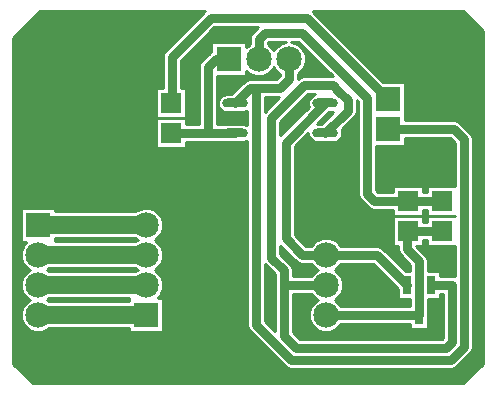
<source format=gtl>
%FSLAX44Y44*%
%MOMM*%
G71*
G01*
G75*
G04 Layer_Physical_Order=1*
G04 Layer_Color=255*
%ADD10C,0.2540*%
%ADD11R,1.7780X1.7780*%
%ADD12O,2.1590X0.7620*%
%ADD13R,0.7000X1.6000*%
%ADD14C,0.7620*%
%ADD15C,1.5240*%
%ADD16C,2.1590*%
%ADD17R,2.1590X2.1590*%
%ADD18R,2.1590X2.1590*%
D10*
X1042978Y1107748D02*
X1040506Y1109400D01*
X1037590Y1109980D01*
X1054100Y1093470D02*
X1053520Y1096386D01*
X1051868Y1098858D01*
X1054100Y1093470D02*
X1053519Y1096388D01*
X1051865Y1098861D01*
X1042981Y1107745D02*
X1040508Y1109399D01*
X1037590Y1109980D01*
X953316Y1112466D02*
X954968Y1114938D01*
X955548Y1117854D01*
X953313Y1112463D02*
X954967Y1114936D01*
X955548Y1117854D01*
X905510Y1149082D02*
X907512Y1150554D01*
X909235Y1152344D01*
X910630Y1154400D01*
X911656Y1156663D01*
X912284Y1159066D01*
X912495Y1161542D01*
X919942Y1131570D02*
X917550Y1130465D01*
X915677Y1128611D01*
X914548Y1126231D01*
X914296Y1123608D01*
X914954Y1121056D01*
X911098Y1146810D02*
X908182Y1146230D01*
X905710Y1144578D01*
X911098Y1146810D02*
X908180Y1146229D01*
X905707Y1144575D01*
X943483Y1098804D02*
X942802Y1101952D01*
X935863Y1091184D02*
X938218Y1091557D01*
X940342Y1092639D01*
X942028Y1094325D01*
X943110Y1096449D01*
X943483Y1098804D01*
X964889Y1036015D02*
X967362Y1034361D01*
X970280Y1033780D01*
X956818Y1047242D02*
X957398Y1044326D01*
X959050Y1041854D01*
X964892Y1036012D02*
X967364Y1034360D01*
X970280Y1033780D01*
X956818Y1047242D02*
X957399Y1044324D01*
X959053Y1041851D01*
X914273Y1098823D02*
X914641Y1096463D01*
X915722Y1094334D01*
X917408Y1092644D01*
X919535Y1091558D01*
X921893Y1091184D01*
X1038860Y977464D02*
X1036320Y977900D01*
X1038860Y977464D02*
X1036320Y977900D01*
X1016000Y990600D02*
X1015420Y993516D01*
X1013768Y995988D01*
X1016000Y990600D02*
X1015419Y993518D01*
X1013765Y995991D01*
X1051868Y912423D02*
X1053520Y914896D01*
X1054100Y917812D01*
X1051865Y912420D02*
X1053519Y914893D01*
X1054100Y917812D01*
X1035448Y899160D02*
X1038364Y899740D01*
X1040837Y901392D01*
X1035448Y899160D02*
X1038366Y899741D01*
X1040840Y901395D01*
X1015690Y942475D02*
X1016000Y944626D01*
X977954Y1001068D02*
X975482Y1002720D01*
X972566Y1003300D01*
X977957Y1001065D02*
X975484Y1002719D01*
X972566Y1003300D01*
X990600Y1000760D02*
X991181Y997842D01*
X992835Y995369D01*
X990600Y1000760D02*
X991180Y997844D01*
X992832Y995372D01*
X942100Y1003300D02*
X940628Y1005302D01*
X938838Y1007025D01*
X936782Y1008420D01*
X934519Y1009446D01*
X932115Y1010074D01*
X929640Y1010285D01*
X927165Y1010074D01*
X924761Y1009446D01*
X922498Y1008420D01*
X920442Y1007025D01*
X918652Y1005302D01*
X917180Y1003300D01*
X936852Y982980D02*
X938880Y984369D01*
X940645Y986079D01*
X942100Y988060D01*
X917180D02*
X918634Y986079D01*
X920400Y984369D01*
X922428Y982980D01*
X903929Y990295D02*
X906402Y988641D01*
X909320Y988060D01*
X903932Y990292D02*
X906404Y988640D01*
X909320Y988060D01*
X944245Y970280D02*
X944020Y972833D01*
X943352Y975308D01*
X942262Y977627D01*
X940783Y979721D01*
X938961Y981524D01*
X936852Y982980D01*
X936852Y957580D02*
X938961Y959036D01*
X940783Y960839D01*
X942262Y962933D01*
X943352Y965252D01*
X944020Y967727D01*
X944245Y970280D01*
X922428Y982980D02*
X920400Y981591D01*
X918634Y979881D01*
X917180Y977900D01*
X942100Y952500D02*
X940645Y954481D01*
X938880Y956191D01*
X936852Y957580D01*
X917180Y962660D02*
X918634Y960679D01*
X920400Y958969D01*
X922428Y957580D01*
X920342Y956143D01*
X918536Y954367D01*
X917063Y952305D01*
X915969Y950020D01*
X915287Y947581D01*
X915036Y945060D01*
X915225Y942534D01*
X915847Y940078D01*
X916884Y937767D01*
X918305Y935670D01*
X920067Y933850D01*
X922117Y932362D01*
X924394Y931250D01*
X926828Y930548D01*
X929346Y930278D01*
X931874Y930447D01*
X934334Y931050D01*
X936654Y932069D01*
X938762Y933474D01*
X940595Y935222D01*
X942100Y937260D01*
X867105Y1183951D02*
X865451Y1181478D01*
X864870Y1178560D01*
X867102Y1183948D02*
X865450Y1181476D01*
X864870Y1178560D01*
Y1174002D02*
X863190Y1172803D01*
X861695Y1171379D01*
X912495Y1161542D02*
X912259Y1164155D01*
X911560Y1166683D01*
X910420Y1169045D01*
X908876Y1171166D01*
X906977Y1172976D01*
X904785Y1174417D01*
X902371Y1175443D01*
X899812Y1176020D01*
X895968D02*
X893345Y1175422D01*
X890876Y1174353D01*
X888645Y1172849D01*
X886728Y1170961D01*
X885190Y1168754D01*
X883801Y1170782D01*
X882091Y1172547D01*
X880110Y1174002D01*
X885190Y1154330D02*
X886579Y1152302D01*
X888289Y1150536D01*
X890270Y1149082D01*
X832485Y1168066D02*
X831031Y1166927D01*
X861695Y1151705D02*
X863532Y1150007D01*
X865631Y1148648D01*
X867932Y1147666D01*
X870366Y1147092D01*
X872863Y1146942D01*
X875349Y1147219D01*
X877750Y1147917D01*
X879998Y1149015D01*
X882025Y1150479D01*
X883773Y1152269D01*
X885190Y1154330D01*
X865124Y1144270D02*
X862206Y1143689D01*
X859733Y1142035D01*
X865124Y1144270D02*
X862208Y1143690D01*
X859736Y1142038D01*
X845693Y1131824D02*
X843087Y1131365D01*
X840795Y1130041D01*
X839094Y1128014D01*
X838189Y1125527D01*
Y1122881D01*
X839094Y1120394D01*
X840795Y1118367D01*
X843087Y1117044D01*
X845693Y1116584D01*
X859663D02*
X862584Y1117166D01*
Y1105842D02*
X859663Y1106424D01*
Y1091184D02*
X862584Y1091766D01*
X852170Y1090930D02*
X854121Y1091184D01*
X845693Y1106424D02*
X843742Y1106170D01*
X832485Y1168066D02*
X831034Y1166930D01*
X793445Y1168711D02*
X791791Y1166238D01*
X791210Y1163320D01*
X793442Y1168708D02*
X791790Y1166236D01*
X791210Y1163320D01*
X823922Y1159818D02*
X822270Y1157346D01*
X821690Y1154430D01*
X823925Y1159821D02*
X822271Y1157348D01*
X821690Y1154430D01*
X791845Y1021080D02*
X791628Y1023587D01*
X790984Y1026020D01*
X789932Y1028306D01*
X788503Y1030378D01*
X786740Y1032173D01*
X784695Y1033639D01*
X782428Y1034732D01*
X780007Y1035420D01*
X777505Y1035683D01*
X774994Y1035511D01*
X772550Y1034911D01*
X770245Y1033901D01*
X768148Y1032510D01*
X901700Y982472D02*
X901119Y985390D01*
X899465Y987863D01*
X901700Y982472D02*
X901120Y985388D01*
X899468Y987860D01*
X784452Y1008380D02*
X786561Y1009836D01*
X788383Y1011639D01*
X789862Y1013733D01*
X790952Y1016052D01*
X791620Y1018527D01*
X791845Y1021080D01*
X768148Y1009650D02*
X770028Y1008380D01*
X768148Y1007110D01*
X784452Y982980D02*
X786561Y984436D01*
X788383Y986239D01*
X789862Y988333D01*
X790952Y990652D01*
X791620Y993127D01*
X791845Y995680D01*
X791620Y998233D01*
X790952Y1000708D01*
X789862Y1003027D01*
X788383Y1005121D01*
X786561Y1006924D01*
X784452Y1008380D01*
X768148Y984250D02*
X770028Y982980D01*
X768148Y981710D01*
X791845Y970280D02*
X791620Y972833D01*
X790952Y975308D01*
X789862Y977627D01*
X788383Y979721D01*
X786561Y981524D01*
X784452Y982980D01*
X787077Y959485D02*
X788729Y961263D01*
X790064Y963290D01*
X791044Y965510D01*
X791643Y967862D01*
X791845Y970280D01*
X862584Y936608D02*
X863165Y933689D01*
X864819Y931216D01*
X894643Y901392D02*
X897116Y899740D01*
X900032Y899160D01*
X894640Y901395D02*
X897113Y899741D01*
X900032Y899160D01*
X862584Y936608D02*
X863164Y933692D01*
X864816Y931219D01*
X693012Y982980D02*
X694892Y984250D01*
X675963Y1006475D02*
X674265Y1004638D01*
X672906Y1002539D01*
X671925Y1000238D01*
X671350Y997804D01*
X671200Y995307D01*
X671478Y992821D01*
X672175Y990419D01*
X673273Y988172D01*
X674737Y986144D01*
X676527Y984397D01*
X678588Y982980D01*
X694892Y981710D02*
X693012Y982980D01*
X678588D02*
X676479Y981524D01*
X674657Y979721D01*
X673178Y977627D01*
X672088Y975308D01*
X671420Y972833D01*
X671195Y970280D01*
X671420Y967727D01*
X672088Y965252D01*
X673178Y962933D01*
X674657Y960839D01*
X676479Y959036D01*
X678588Y957580D01*
X693012D02*
X694892Y958850D01*
X694892Y956310D02*
X693012Y957580D01*
X678588D02*
X676503Y956144D01*
X674698Y954370D01*
X673226Y952310D01*
X672132Y950028D01*
X671449Y947590D01*
X671196Y945072D01*
X671383Y942548D01*
X672002Y940093D01*
X673035Y937783D01*
X674453Y935685D01*
X676210Y933864D01*
X678257Y932374D01*
X680529Y931259D01*
X682960Y930554D01*
X685476Y930279D01*
X688002Y930442D01*
X690462Y931039D01*
X692782Y932052D01*
X694892Y933450D01*
X1045909Y1202055D02*
X1062355Y1185609D01*
X1038860Y1109873D02*
Y1202055D01*
X1041400Y1108959D02*
Y1202055D01*
X1031240Y1109980D02*
Y1202055D01*
X1028700Y1109980D02*
Y1202055D01*
X1036320Y1109980D02*
Y1202055D01*
X1037590Y1109980D02*
X1062355D01*
X1033780D02*
Y1202055D01*
X996569Y1127760D02*
X1062355D01*
X996569Y1130300D02*
X1062355D01*
X996569Y1125220D02*
X1062355D01*
X1008380Y1109980D02*
Y1202055D01*
X1005840Y1109980D02*
Y1202055D01*
X1010920Y1109980D02*
Y1202055D01*
X1000760Y1109980D02*
Y1202055D01*
X998220Y1109980D02*
Y1202055D01*
X1003300Y1109980D02*
Y1202055D01*
X1023620Y1109980D02*
Y1202055D01*
X1021080Y1109980D02*
Y1202055D01*
X1026160Y1109980D02*
Y1202055D01*
X1016000Y1109980D02*
Y1202055D01*
X1013460Y1109980D02*
Y1202055D01*
X1018540Y1109980D02*
Y1202055D01*
X1051560Y1099166D02*
Y1196404D01*
X1049020Y1101706D02*
Y1198944D01*
X1054100Y1093470D02*
Y1193864D01*
X1045826Y1104900D02*
X1062355D01*
X1043286Y1107440D02*
X1062355D01*
X1042981Y1107745D02*
X1051865Y1098861D01*
X1053993Y1094740D02*
X1062355D01*
X1053079Y1097280D02*
X1062355D01*
X1050906Y1099820D02*
X1062355D01*
X1048366Y1102360D02*
X1062355D01*
X1043940Y1106786D02*
Y1202055D01*
X1046480Y1104246D02*
Y1201484D01*
X1018540Y1054354D02*
Y1094740D01*
X1016000Y1054354D02*
Y1094740D01*
X1021080Y1054354D02*
Y1094740D01*
X1010920Y1054354D02*
Y1094740D01*
X1008380Y1054354D02*
Y1094740D01*
X1013460Y1049274D02*
Y1094740D01*
X998220Y1054354D02*
Y1094740D01*
X1000760Y1054354D02*
Y1094740D01*
X954640Y1165860D02*
X1062355D01*
X952100Y1168400D02*
X1062355D01*
X957180Y1163320D02*
X1062355D01*
X947020Y1173480D02*
X1062355D01*
X944480Y1176020D02*
X1062355D01*
X949560Y1170940D02*
X1062355D01*
X969880Y1150620D02*
X1062355D01*
X967340Y1153160D02*
X1062355D01*
X972420Y1148080D02*
X1062355D01*
X962260Y1158240D02*
X1062355D01*
X959720Y1160780D02*
X1062355D01*
X964800Y1155700D02*
X1062355D01*
X926700Y1193800D02*
X1054164D01*
X924160Y1196340D02*
X1051624D01*
X929240Y1191260D02*
X1056704D01*
X919080Y1201420D02*
X1046544D01*
X918424Y1202055D02*
X1045909D01*
X921620Y1198880D02*
X1049084D01*
X939400Y1181100D02*
X1062355D01*
X936860Y1183640D02*
X1062355D01*
X941940Y1178560D02*
X1062355D01*
X931780Y1188720D02*
X1059244D01*
X934320Y1186180D02*
X1061784D01*
X996569Y1135380D02*
X1062355D01*
X996569Y1137920D02*
X1062355D01*
X996569Y1132840D02*
X1062355D01*
X977500Y1143000D02*
X1062355D01*
X974960Y1145540D02*
X1062355D01*
X996569Y1140460D02*
X1062355D01*
X996569Y1112520D02*
X1062355D01*
X996569Y1115060D02*
X1062355D01*
X996569Y1109980D02*
X1037590D01*
X996569Y1120140D02*
X1062355D01*
X996569Y1122680D02*
X1062355D01*
X996569Y1117600D02*
X1062355D01*
X995680Y1142365D02*
Y1202055D01*
X993140Y1142365D02*
Y1202055D01*
X996569Y1116965D02*
Y1142365D01*
X978135D02*
X996569D01*
X988060D02*
Y1202055D01*
X990600Y1142365D02*
Y1202055D01*
X996569Y1109980D02*
X1037590D01*
X996569D02*
Y1113155D01*
Y1087755D02*
Y1094740D01*
Y1113155D02*
Y1116965D01*
Y1113155D02*
Y1116965D01*
X1054100Y1082040D02*
X1062355D01*
X1054100Y1084580D02*
X1062355D01*
X1054100Y1079500D02*
X1062355D01*
X1054100Y1089660D02*
X1062355D01*
X1054100Y1092200D02*
X1062355D01*
X1054100Y1087120D02*
X1062355D01*
X1054100Y1066800D02*
X1062355D01*
X1054100Y1069340D02*
X1062355D01*
X1054100Y1064260D02*
X1062355D01*
X1054100Y1074420D02*
X1062355D01*
X1054100Y1076960D02*
X1062355D01*
X1054100Y1071880D02*
X1062355D01*
X1034434Y1094740D02*
X1038860Y1090314D01*
X1033780Y1054354D02*
Y1094740D01*
X1031240Y1054354D02*
Y1094740D01*
X1026160Y1054354D02*
Y1094740D01*
X1023620Y1054354D02*
Y1094740D01*
X1028700Y1054354D02*
Y1094740D01*
X1054100Y1059180D02*
X1062355D01*
X1054100Y1061720D02*
X1062355D01*
X1054100Y1056640D02*
X1062355D01*
X1038860Y1054354D02*
Y1090314D01*
X1036320Y1054354D02*
Y1092854D01*
X1038860Y1054354D02*
Y1090314D01*
X1054100Y1041400D02*
X1062355D01*
X1054100Y1043940D02*
X1062355D01*
X1054100Y1038860D02*
X1062355D01*
X1054100Y1049020D02*
X1062355D01*
X1054100Y1051560D02*
X1062355D01*
X1054100Y1046480D02*
X1062355D01*
X1054100Y1016000D02*
X1062355D01*
X1054100Y1028700D02*
X1062355D01*
X1054100Y1013460D02*
X1062355D01*
X1054100Y1033780D02*
X1062355D01*
X1054100Y1036320D02*
X1062355D01*
X1054100Y1031240D02*
X1062355D01*
X1054100Y1054100D02*
X1062355D01*
X1015238Y1028954D02*
Y1034034D01*
X1054100Y1026160D02*
X1062355D01*
X1015238Y1028954D02*
X1038860D01*
X1015238D02*
X1038860D01*
X1015238Y1023620D02*
Y1028954D01*
X1054100Y1010920D02*
X1062355D01*
X1054100Y1018540D02*
X1062355D01*
X1054100Y1008380D02*
X1062355D01*
X1054100Y1023620D02*
X1062355D01*
X1054100Y1021080D02*
X1062355D01*
X972058Y1087120D02*
X1038860D01*
X996569Y1089660D02*
X1038860D01*
X972058Y1084580D02*
X1038860D01*
X972058Y1079500D02*
X1038860D01*
X972058Y1082040D02*
X1038860D01*
X972058Y1076960D02*
X1038860D01*
X972058Y1056640D02*
X1038860D01*
X972058Y1066800D02*
X1038860D01*
X1015238Y1054354D02*
X1038860D01*
X972058Y1071880D02*
X1038860D01*
X972058Y1074420D02*
X1038860D01*
X972058Y1069340D02*
X1038860D01*
X996569Y1094740D02*
X1034434D01*
X1003300Y1054354D02*
Y1094740D01*
X1005840Y1054354D02*
Y1094740D01*
X996569Y1092200D02*
X1036974D01*
X996569Y1094740D02*
X1034434D01*
X988060Y1054354D02*
Y1087755D01*
X972058Y1059180D02*
X1038860D01*
X972058Y1061720D02*
X1038860D01*
X986028Y1054354D02*
X1011428D01*
X972058Y1087755D02*
X996569D01*
X972058Y1064260D02*
X1038860D01*
X1011428Y1051560D02*
X1015238D01*
X1011428Y1054100D02*
X1015238D01*
Y1049274D02*
Y1054354D01*
X1011428Y1034034D02*
X1015238D01*
X1011428Y1049274D02*
X1015238D01*
X1011428Y1033780D02*
X1015238D01*
X1011428Y1008380D02*
X1015238D01*
X1011428Y1023620D02*
X1015238D01*
X1011428Y1008380D02*
X1015238D01*
X1011428Y1028700D02*
X1015238D01*
X1011428Y1031240D02*
X1015238D01*
X1011428Y1026160D02*
X1015238D01*
X1011428Y1028954D02*
Y1034034D01*
Y1049274D02*
Y1054354D01*
X1013460Y1023620D02*
Y1034034D01*
X993140Y1054354D02*
Y1087755D01*
X990600Y1054354D02*
Y1087755D01*
X995680Y1054354D02*
Y1087755D01*
X1011428Y1023620D02*
X1015238D01*
X1011428D02*
Y1028954D01*
Y1005840D02*
X1015238D01*
X986028Y1028954D02*
X1011428D01*
X986028D02*
X1011428D01*
X955040Y1165460D02*
Y1202055D01*
X952500Y1168000D02*
Y1202055D01*
X957580Y1162920D02*
Y1202055D01*
X947420Y1173080D02*
Y1202055D01*
X944880Y1175620D02*
Y1202055D01*
X949960Y1170540D02*
Y1202055D01*
X970280Y1150220D02*
Y1202055D01*
X967740Y1152760D02*
Y1202055D01*
X972820Y1147680D02*
Y1202055D01*
X962660Y1157840D02*
Y1202055D01*
X960120Y1160380D02*
Y1202055D01*
X965200Y1155300D02*
Y1202055D01*
X939800Y1180700D02*
Y1202055D01*
X937260Y1183240D02*
Y1202055D01*
X942340Y1178160D02*
Y1202055D01*
X932180Y1188320D02*
Y1202055D01*
X929640Y1190860D02*
Y1202055D01*
X934720Y1185780D02*
Y1202055D01*
X929640Y1146810D02*
Y1152290D01*
X927100Y1193400D02*
Y1202055D01*
X932180Y1146810D02*
Y1149750D01*
X924560Y1146810D02*
Y1157370D01*
Y1195940D02*
Y1202055D01*
X922020Y1146810D02*
Y1159910D01*
X982980Y1142365D02*
Y1202055D01*
X980440Y1142365D02*
Y1202055D01*
X985520Y1142365D02*
Y1202055D01*
X977900Y1142600D02*
Y1202055D01*
X975360Y1145140D02*
Y1202055D01*
X955548Y1126382D02*
X956818Y1125112D01*
X955548Y1122680D02*
X956818D01*
X955548Y1125220D02*
X956710D01*
X956818Y1047242D02*
Y1125112D01*
X955544Y1117600D02*
X956818D01*
X955548Y1120140D02*
X956818D01*
X955017Y1115060D02*
X956818D01*
X955548Y1117854D02*
Y1126382D01*
X932034Y1116584D02*
X935863D01*
X927100Y1146810D02*
Y1154830D01*
X925722Y1106424D02*
X935882Y1116584D01*
X934720Y1115422D02*
Y1116584D01*
X930510Y1115060D02*
X934358D01*
X932180Y1112882D02*
Y1116584D01*
X927970Y1112520D02*
X931818D01*
X929640Y1110342D02*
Y1114190D01*
X922020Y1198480D02*
Y1202055D01*
X919480Y1201020D02*
Y1202055D01*
Y1146810D02*
Y1162450D01*
X912475Y1160780D02*
X921150D01*
X912386Y1163320D02*
X918610D01*
X916940Y1146810D02*
Y1164990D01*
X911276Y1155700D02*
X926230D01*
X912117Y1158240D02*
X923690D01*
X911098Y1146810D02*
X935120D01*
X907586Y1150620D02*
X931310D01*
X909850Y1153160D02*
X928770D01*
X905510Y1148080D02*
X933850D01*
X909070Y1170940D02*
X910990D01*
X909320Y1170634D02*
Y1172610D01*
X911860Y1165802D02*
Y1170070D01*
X906304Y1173480D02*
X908450D01*
X904240Y1174694D02*
Y1176020D01*
X906780Y1173130D02*
Y1175150D01*
X911842Y1165860D02*
X916070D01*
X911860Y1146810D02*
Y1157282D01*
X914400Y1146810D02*
Y1167530D01*
X910785Y1168400D02*
X913530D01*
X918775Y1201725D02*
X978135Y1142365D01*
X916940Y1129995D02*
Y1131570D01*
X914400Y1125589D02*
Y1131570D01*
X905910Y1176020D02*
X935120Y1146810D01*
X914254Y1131570D02*
X919942D01*
X912984Y1130300D02*
X917321D01*
X914400Y1120502D02*
Y1122819D01*
X921874Y1106424D02*
X932034Y1116584D01*
X910444Y1127760D02*
X915154D01*
X907904Y1125220D02*
X914341D01*
X905364Y1122680D02*
X914427D01*
X909320Y1146600D02*
Y1152450D01*
X906780Y1145469D02*
Y1149954D01*
X905510Y1145540D02*
X906886D01*
X905510Y1144378D02*
Y1149082D01*
X911860Y1117962D02*
Y1129176D01*
X909320Y1115422D02*
Y1126636D01*
X906780Y1112882D02*
Y1124096D01*
X902824Y1120140D02*
X914038D01*
X904240Y1110342D02*
Y1121556D01*
X945750Y1104900D02*
X956818D01*
X948290Y1107440D02*
X956818D01*
X972820Y1049636D02*
Y1087755D01*
X943415Y1099820D02*
X956818D01*
X943210Y1102360D02*
X956818D01*
X943329Y1097280D02*
X956818D01*
X973436Y1049020D02*
X986028D01*
X972058Y1050398D02*
Y1087755D01*
X986028Y1049020D02*
Y1054354D01*
X972058Y1051560D02*
X986028D01*
X972058Y1054100D02*
X986028D01*
X972058Y1050398D02*
X973436Y1049020D01*
X950830Y1109980D02*
X956818D01*
X953370Y1112520D02*
X956818D01*
X942802Y1101952D02*
X953313Y1112463D01*
X925430Y1109980D02*
X929278D01*
X927100Y1107802D02*
Y1111650D01*
X924560Y1106424D02*
Y1109110D01*
X942309Y1094740D02*
X956818D01*
X939665Y1092200D02*
X956818D01*
X928878Y1091184D02*
X935863D01*
X922890Y1107440D02*
X926738D01*
X982980Y1049020D02*
Y1087755D01*
X980440Y1049020D02*
Y1087755D01*
X985520Y1049020D02*
Y1087755D01*
X973436Y1049020D02*
X986028D01*
X975360D02*
Y1087755D01*
X977900Y1049020D02*
Y1087755D01*
X970280Y1033780D02*
X986028D01*
X970280D02*
X986028D01*
Y1028954D02*
Y1033780D01*
X936852Y1008380D02*
X986028D01*
X940132Y1005840D02*
X986028D01*
X937260Y1008140D02*
Y1091313D01*
X934720Y1009373D02*
Y1091184D01*
X939800Y1006172D02*
Y1092280D01*
X929640Y1010285D02*
Y1091184D01*
X927100Y1010062D02*
Y1091184D01*
X924560Y1009373D02*
Y1091184D01*
X959053Y1041851D02*
X964889Y1036015D01*
X932180Y1010062D02*
Y1091184D01*
X902970Y1087120D02*
X956818D01*
X905110Y1089660D02*
X956818D01*
X902970Y1084580D02*
X956818D01*
X902970Y1079500D02*
X956818D01*
X902970Y1082040D02*
X956818D01*
X902970Y1076960D02*
X956818D01*
X902970Y1054100D02*
X956818D01*
X902970Y1056640D02*
X956818D01*
X902970Y1051560D02*
X956818D01*
X902970Y1071880D02*
X956818D01*
X902970Y1074420D02*
X956818D01*
X902970Y1059180D02*
X956818D01*
X921893Y1106424D02*
X925722D01*
X912730Y1097280D02*
X914427D01*
X907650Y1092200D02*
X918092D01*
X910190Y1094740D02*
X915447D01*
X902970Y1087520D02*
X914273Y1098823D01*
X902970Y1069340D02*
X956818D01*
X921893Y1091184D02*
X928878D01*
X902970Y1066800D02*
X956818D01*
X902970Y1064260D02*
X956818D01*
X902970Y1061720D02*
X956818D01*
X902970Y1028700D02*
X986028D01*
X902970Y1031240D02*
X986028D01*
X902970Y1026160D02*
X986028D01*
X902970Y1036320D02*
X964584D01*
X902970Y1038860D02*
X962044D01*
X902970Y1033780D02*
X970280D01*
X902970Y1013460D02*
X986028D01*
X902970Y1016000D02*
X986028D01*
X904856Y1010920D02*
X986028D01*
X902970Y1021080D02*
X986028D01*
X902970Y1023620D02*
X986028D01*
X902970Y1018540D02*
X986028D01*
X922020Y1008140D02*
Y1091184D01*
X909320Y1006456D02*
Y1093870D01*
X919480Y1006172D02*
Y1091576D01*
X904240Y1011536D02*
Y1088790D01*
X902970Y1012806D02*
Y1087520D01*
X906780Y1008996D02*
Y1091330D01*
X902970Y1041400D02*
X959504D01*
X902970Y1043940D02*
X957571D01*
X907396Y1008380D02*
X922428D01*
X902970Y1049020D02*
X956818D01*
X902970Y1046480D02*
X956856D01*
X1054100Y995680D02*
X1062355D01*
X1054100Y998220D02*
X1062355D01*
X1054100Y993140D02*
X1062355D01*
X1054100Y1003300D02*
X1062355D01*
X1054100Y1005840D02*
X1062355D01*
X1054100Y1000760D02*
X1062355D01*
X1054100Y980440D02*
X1062355D01*
X1054100Y982980D02*
X1062355D01*
X1054100Y977900D02*
X1062355D01*
X1054100Y988060D02*
X1062355D01*
X1054100Y990600D02*
X1062355D01*
X1054100Y985520D02*
X1062355D01*
X1033780Y977900D02*
Y1003554D01*
X1031240Y977900D02*
Y1003554D01*
X1036320Y977900D02*
Y1003554D01*
X1026160Y977900D02*
Y1003554D01*
X1025850Y977900D02*
Y981836D01*
X1028700Y977900D02*
Y1003554D01*
X1036320Y977900D02*
X1038860D01*
X1025850Y980440D02*
X1038860D01*
X1025850Y977900D02*
X1036320D01*
X1025850D02*
X1036320D01*
X1062355Y903541D02*
Y1185609D01*
X1061720Y902906D02*
Y1186244D01*
X1059180Y900366D02*
Y1188784D01*
X1054100Y975360D02*
X1062355D01*
X1054100Y917812D02*
Y1093470D01*
X1056640Y897826D02*
Y1191324D01*
X1054100Y962660D02*
X1062355D01*
X1054100Y965200D02*
X1062355D01*
X1054100Y960120D02*
X1062355D01*
X1054100Y970280D02*
X1062355D01*
X1054100Y972820D02*
X1062355D01*
X1054100Y967740D02*
X1062355D01*
X1038860Y977464D02*
Y1003554D01*
Y977464D02*
Y1003554D01*
X1054100Y895286D02*
Y1093470D01*
X1028700Y925176D02*
Y962660D01*
Y925176D02*
Y962660D01*
X1026160Y924560D02*
Y962660D01*
X1025850D02*
X1028700D01*
X1025850D02*
X1028700D01*
X1025850Y958216D02*
Y962660D01*
Y960120D02*
X1028700D01*
X1023620Y924560D02*
Y958216D01*
X1015238Y1003554D02*
X1038860D01*
X1015238D02*
Y1008380D01*
X1016000Y990600D02*
Y1003554D01*
X1008996Y1000760D02*
X1038860D01*
X1006456Y1003300D02*
X1038860D01*
X1011536Y998220D02*
X1038860D01*
X1016000Y990600D02*
X1038860D01*
X1015564Y993140D02*
X1038860D01*
X1016000Y988060D02*
X1038860D01*
X1014060Y995680D02*
X1038860D01*
X1011428Y1003554D02*
Y1008380D01*
X1010920Y998836D02*
Y1003554D01*
X1013460Y996296D02*
Y1008380D01*
X1006202Y1003554D02*
X1011428D01*
X1008380Y1001376D02*
Y1003554D01*
X1006202D02*
X1013765Y995991D01*
X992835Y995369D02*
X1000760Y987444D01*
X990962Y988060D02*
X1000144D01*
X993140Y985882D02*
Y995064D01*
X985882Y993140D02*
X995064D01*
X988422Y990600D02*
X997604D01*
X1021080Y981836D02*
Y1003554D01*
X1018540Y981836D02*
Y1003554D01*
X1023620Y981836D02*
Y1003554D01*
X1016000Y981836D02*
Y990600D01*
X993502Y985520D02*
X1000760D01*
X1016000Y981836D02*
Y990600D01*
Y958216D02*
X1025850D01*
X1018540Y924560D02*
Y958216D01*
X1021080Y924560D02*
Y958216D01*
X1016000Y982980D02*
X1038860D01*
X1016000Y985520D02*
X1038860D01*
X1016000Y981836D02*
X1025850D01*
X1000760D02*
Y987444D01*
X998220Y981836D02*
Y989984D01*
X1000760Y981836D02*
Y987444D01*
X996042Y982980D02*
X1000760D01*
X995680Y983342D02*
Y992524D01*
X977957Y1001065D02*
X997186Y981836D01*
X1000760Y952500D02*
Y958216D01*
X997186Y981836D02*
X1000760D01*
Y952500D02*
Y958216D01*
X990910D02*
X1000760D01*
X995680Y952500D02*
Y958216D01*
X1054100Y947420D02*
X1062355D01*
X1054100Y949960D02*
X1062355D01*
X1054100Y944880D02*
X1062355D01*
X1054100Y955040D02*
X1062355D01*
X1054100Y957580D02*
X1062355D01*
X1054100Y952500D02*
X1062355D01*
X1054100Y939800D02*
X1062355D01*
X1054100Y942340D02*
X1062355D01*
X1054100Y937260D02*
X1062355D01*
X1054100Y932180D02*
X1062355D01*
X1054100Y934720D02*
X1062355D01*
X1051305Y911860D02*
X1062355D01*
X1054100Y927100D02*
X1062355D01*
X1054100Y929640D02*
X1062355D01*
X1054100Y924560D02*
X1062355D01*
X1016000Y957580D02*
X1028700D01*
X1016000Y944880D02*
Y958216D01*
X1028084Y924560D02*
X1028700Y925176D01*
X1054100Y919480D02*
X1062355D01*
X1054100Y922020D02*
X1062355D01*
X1054050Y916940D02*
X1062355D01*
X1053294Y914400D02*
X1062355D01*
X1048765Y909320D02*
X1062355D01*
X1051560Y892746D02*
Y912115D01*
X1049020Y890206D02*
Y909575D01*
X1046225Y906780D02*
X1062355D01*
X1040840Y901395D02*
X1051865Y912420D01*
X1046480Y887666D02*
Y907035D01*
X1043685Y904240D02*
X1062355D01*
X1043940Y887095D02*
Y904495D01*
X1045909Y887095D02*
X1062355Y903541D01*
X1041145Y901700D02*
X1060514D01*
X1035448Y899160D02*
X1057974D01*
X1041400Y887095D02*
Y901955D01*
X1036320Y887095D02*
Y899210D01*
X1038860Y887095D02*
Y899966D01*
X1033780Y887095D02*
Y899160D01*
X1031240Y887095D02*
Y899160D01*
X1026160Y887095D02*
Y899160D01*
X1023620Y887095D02*
Y899160D01*
X1028700Y887095D02*
Y899160D01*
X1018540Y887095D02*
Y899160D01*
X1021080Y887095D02*
Y899160D01*
X1016000Y952500D02*
X1028700D01*
X1016000Y955040D02*
X1028700D01*
X1016000Y949960D02*
X1028700D01*
X1016000Y944880D02*
X1028700D01*
X1016000Y947420D02*
X1028700D01*
X1015690Y939800D02*
X1028700D01*
X1015690Y942340D02*
X1028700D01*
X1015690Y937260D02*
X1028700D01*
X936852Y932180D02*
X1028700D01*
X1015690Y934720D02*
X1028700D01*
X902316Y929640D02*
X1028700D01*
X942100Y952500D02*
X1000760D01*
X998220D02*
Y958216D01*
X1015690Y932816D02*
Y942475D01*
X940132Y955040D02*
X1000760D01*
X936852Y957580D02*
X1000760D01*
X942100Y952500D02*
X1000760D01*
X1001070Y932816D02*
X1015690D01*
X942100Y937260D02*
X1001070D01*
Y932816D02*
Y937260D01*
X942100D02*
X1001070D01*
X940132Y934720D02*
X1001070D01*
X1013460Y924560D02*
Y932816D01*
X1010920Y924560D02*
Y932816D01*
X1016000Y924560D02*
Y958216D01*
X904856Y927100D02*
X1028700D01*
X1005840Y924560D02*
Y932816D01*
X1008380Y924560D02*
Y932816D01*
X1013460Y887095D02*
Y899160D01*
X1010920Y887095D02*
Y899160D01*
X1016000Y887095D02*
Y899160D01*
X907396Y924560D02*
X1028084D01*
X907396D02*
X1028084D01*
X1008380Y887095D02*
Y899160D01*
X1003300Y924560D02*
Y932816D01*
X1000760Y924560D02*
Y937260D01*
X1005840Y887095D02*
Y899160D01*
X995680Y924560D02*
Y937260D01*
X993140Y924560D02*
Y937260D01*
X998220Y924560D02*
Y937260D01*
X1000760Y887095D02*
Y899160D01*
X998220Y887095D02*
Y899160D01*
X1003300Y887095D02*
Y899160D01*
X993140Y887095D02*
Y899160D01*
X995680Y887095D02*
Y899160D01*
X986028Y1003554D02*
X990600D01*
X986028D02*
Y1028954D01*
X990600Y1000760D02*
Y1003554D01*
X980440Y998582D02*
Y1033780D01*
X977900Y1001122D02*
Y1033780D01*
X982980Y996042D02*
Y1033780D01*
X978262Y1000760D02*
X990600D01*
Y1003554D01*
X980802Y998220D02*
X991036D01*
X972566Y1003300D02*
X990600D01*
X957580D02*
Y1043921D01*
X955040Y1003300D02*
Y1115118D01*
X960120Y1003300D02*
Y1040784D01*
X949960Y1003300D02*
Y1109110D01*
X947420Y1003300D02*
Y1106570D01*
X952500Y1003300D02*
Y1111650D01*
X972820Y1003296D02*
Y1033780D01*
X970280Y1003300D02*
Y1033780D01*
X975360Y1002769D02*
Y1033780D01*
X965200Y1003300D02*
Y1035720D01*
X962660Y1003300D02*
Y1038244D01*
X967740Y1003300D02*
Y1034216D01*
X990600Y988422D02*
Y1000760D01*
X983342Y995680D02*
X992540D01*
X985520Y993502D02*
Y1033780D01*
X988060Y990962D02*
Y1003554D01*
X985520Y952500D02*
Y971950D01*
X982980Y952500D02*
Y974490D01*
X988060Y952500D02*
Y969410D01*
X969410Y988060D02*
X990910Y966560D01*
X977900Y952500D02*
Y979570D01*
X980440Y952500D02*
Y977030D01*
X960120Y952500D02*
Y988060D01*
X957580Y952500D02*
Y988060D01*
X962660Y952500D02*
Y988060D01*
X952500Y952500D02*
Y988060D01*
X949960Y952500D02*
Y988060D01*
X955040Y952500D02*
Y988060D01*
X972820Y952500D02*
Y984650D01*
X970280Y952500D02*
Y987190D01*
X975360Y952500D02*
Y982110D01*
X965200Y952500D02*
Y988060D01*
X967740Y952500D02*
Y988060D01*
X942100Y1003300D02*
X972566D01*
X942340D02*
Y1094790D01*
X944880Y1003300D02*
Y1104030D01*
X942100Y1003300D02*
X972566D01*
X942100Y988060D02*
X969410D01*
X940132Y985520D02*
X971950D01*
X942100Y988060D02*
X969410D01*
X936852Y982980D02*
X974490D01*
X919480Y980772D02*
Y985188D01*
X912476Y1003300D02*
X917180D01*
X914400D02*
Y1097419D01*
X916940Y1003300D02*
Y1093013D01*
X909936Y1005840D02*
X919148D01*
X911860Y1003916D02*
Y1096410D01*
X902970Y1012806D02*
X912476Y1003300D01*
X909320Y988060D02*
X917180D01*
X912476Y1003300D02*
X917180D01*
X909320Y988060D02*
X917180D01*
X944880Y952500D02*
Y988060D01*
X942340Y977492D02*
Y988060D01*
X947420Y952500D02*
Y988060D01*
X940132Y980440D02*
X977030D01*
X939800Y980772D02*
Y985188D01*
X944245Y970280D02*
X987190D01*
X944022Y972820D02*
X984650D01*
X944022Y967740D02*
X989730D01*
X943333Y975360D02*
X982110D01*
X942100Y977900D02*
X979570D01*
X914400D02*
Y988060D01*
X911860Y977900D02*
Y988060D01*
X916940Y977900D02*
Y988060D01*
X906780Y977900D02*
Y988496D01*
X904240Y977900D02*
Y990000D01*
X909320Y977900D02*
Y988060D01*
X901700Y977900D02*
Y982472D01*
Y977900D02*
Y982472D01*
Y980440D02*
X919148D01*
X901700Y977900D02*
X917180D01*
X993140Y952500D02*
Y958216D01*
X990910D02*
Y966560D01*
X990600Y952500D02*
Y966870D01*
X942100Y962660D02*
X990910D01*
X943333Y965200D02*
X990910D01*
X940132Y960120D02*
X990910D01*
X985520Y924560D02*
Y937260D01*
X982980Y924560D02*
Y937260D01*
X990600Y924560D02*
Y937260D01*
X977900Y924560D02*
Y937260D01*
X975360Y924560D02*
Y937260D01*
X980440Y924560D02*
Y937260D01*
X970280Y924560D02*
Y937260D01*
X967740Y924560D02*
Y937260D01*
X972820Y924560D02*
Y937260D01*
X962660Y924560D02*
Y937260D01*
X942340Y952500D02*
Y963068D01*
X965200Y924560D02*
Y937260D01*
X952500Y924560D02*
Y937260D01*
X949960Y924560D02*
Y937260D01*
X960120Y924560D02*
Y937260D01*
X944880Y924560D02*
Y937260D01*
X942340Y924560D02*
Y937260D01*
X947420Y924560D02*
Y937260D01*
X990600Y887095D02*
Y899160D01*
X988060Y924560D02*
Y937260D01*
Y887095D02*
Y899160D01*
X982980Y887095D02*
Y899160D01*
X980440Y887095D02*
Y899160D01*
X985520Y887095D02*
Y899160D01*
X975360Y887095D02*
Y899160D01*
X972820Y887095D02*
Y899160D01*
X977900Y887095D02*
Y899160D01*
X967740Y887095D02*
Y899160D01*
X965200Y887095D02*
Y899160D01*
X970280Y887095D02*
Y899160D01*
X960120Y887095D02*
Y899160D01*
X957580Y924560D02*
Y937260D01*
X962660Y887095D02*
Y899160D01*
X957580Y887095D02*
Y899160D01*
X955040Y924560D02*
Y937260D01*
Y887095D02*
Y899160D01*
X949960Y887095D02*
Y899160D01*
X947420Y887095D02*
Y899160D01*
X952500Y887095D02*
Y899160D01*
X942340Y887095D02*
Y899160D01*
X944880Y887095D02*
Y899160D01*
X939800Y955372D02*
Y959788D01*
X919480Y955372D02*
Y959788D01*
X901700Y957580D02*
X922428D01*
X937260Y924560D02*
Y932420D01*
X934720Y924560D02*
Y931187D01*
X939800Y924560D02*
Y934388D01*
X901700Y932180D02*
X922428D01*
X922020Y924560D02*
Y932420D01*
X924560Y924560D02*
Y931187D01*
X916940Y952092D02*
Y962660D01*
X904240Y927716D02*
Y962660D01*
X906780Y925176D02*
Y962660D01*
X901700D02*
X917180D01*
X901700Y930256D02*
Y962660D01*
Y930256D02*
Y962660D01*
Y952500D02*
X917180D01*
X901700Y949960D02*
X915947D01*
X919480Y924560D02*
Y934388D01*
X901700Y960120D02*
X919148D01*
X901700Y955040D02*
X919148D01*
X934720Y887095D02*
Y899160D01*
X932180Y924560D02*
Y930498D01*
X939800Y887095D02*
Y899160D01*
X929640Y924560D02*
Y930275D01*
X927100Y924560D02*
Y930498D01*
X919480Y887095D02*
Y899160D01*
X932180Y887095D02*
Y899160D01*
X929640Y887095D02*
Y899160D01*
X937260Y887095D02*
Y899160D01*
X924560Y887095D02*
Y899160D01*
X922020Y887095D02*
Y899160D01*
X927100Y887095D02*
Y899160D01*
X916940Y924560D02*
Y937668D01*
X914400Y924560D02*
Y962660D01*
X916940Y887095D02*
Y899160D01*
X911860Y924560D02*
Y962660D01*
X909320Y924560D02*
Y962660D01*
X914400Y887095D02*
Y899160D01*
X909320Y887095D02*
Y899160D01*
X906780Y887095D02*
Y899160D01*
X911860Y887095D02*
Y899160D01*
X901700Y887095D02*
Y899160D01*
X904240Y887095D02*
Y899160D01*
X899812Y1176020D02*
X905910D01*
X891540Y1174694D02*
Y1176020D01*
X889000Y1173130D02*
Y1176020D01*
X880726D02*
X895968D01*
X880726D02*
X895968D01*
X881380Y1173130D02*
Y1176020D01*
X899812D02*
X905910D01*
X886460Y1170634D02*
Y1176020D01*
X883920Y1170634D02*
Y1176020D01*
X880904Y1173480D02*
X889476D01*
X880110Y1175404D02*
X880726Y1176020D01*
X883670Y1170940D02*
X886710D01*
X867105Y1183951D02*
X871874Y1188720D01*
X868680Y1185526D02*
Y1188720D01*
X866140Y1182772D02*
Y1188720D01*
X863600Y1173130D02*
Y1188720D01*
X880110Y1174002D02*
Y1175404D01*
X864870Y1174002D02*
Y1178560D01*
X861695Y1171379D02*
Y1176147D01*
Y1176020D02*
X864870D01*
X861695Y1173480D02*
X864076D01*
X886460Y1144270D02*
Y1152450D01*
X884450Y1153160D02*
X885930D01*
X890270Y1147426D02*
Y1149082D01*
X889000Y1146156D02*
Y1149954D01*
X887114Y1144270D02*
X890270Y1147426D01*
X878154Y1148080D02*
X890270D01*
X882186Y1150620D02*
X888194D01*
X870204Y1144270D02*
X887114D01*
X881380D02*
Y1149954D01*
X878840Y1144270D02*
Y1148390D01*
X883920Y1144270D02*
Y1152450D01*
X866140Y1144270D02*
Y1148390D01*
X861695Y1146937D02*
Y1151705D01*
X863600Y1144116D02*
Y1149954D01*
X873760Y1144270D02*
Y1146992D01*
X871220Y1144270D02*
Y1146992D01*
X876300Y1144270D02*
Y1147443D01*
X865124Y1144270D02*
X870204D01*
X868680D02*
Y1147443D01*
X858520Y1176147D02*
Y1188720D01*
X855980Y1176147D02*
Y1188720D01*
X861060Y1176147D02*
Y1188720D01*
X835006D02*
X871874D01*
X835006D02*
X871874D01*
X832466Y1186180D02*
X869334D01*
X861695Y1150620D02*
X862794D01*
X832485Y1176147D02*
X861695D01*
Y1148080D02*
X866826D01*
X829926Y1183640D02*
X866810D01*
X827386Y1181100D02*
X865306D01*
X824846Y1178560D02*
X864870D01*
X850900Y1176147D02*
Y1188720D01*
X848360Y1176147D02*
Y1188720D01*
X853440Y1176147D02*
Y1188720D01*
X843280Y1176147D02*
Y1188720D01*
X840740Y1176147D02*
Y1188720D01*
X845820Y1176147D02*
Y1188720D01*
X835660Y1176147D02*
Y1188720D01*
X833120Y1176147D02*
Y1186834D01*
X838200Y1176147D02*
Y1188720D01*
X806450Y1160164D02*
X835006Y1188720D01*
X861060Y1143096D02*
Y1146937D01*
X858520Y1140822D02*
Y1146937D01*
X836930Y1145540D02*
X888384D01*
X836930Y1146937D02*
X861695D01*
X855980Y1138282D02*
Y1146937D01*
X849522Y1131824D02*
X859733Y1142035D01*
X836930Y1143000D02*
X860912D01*
X836930Y1140460D02*
X858158D01*
X836930Y1137920D02*
X855618D01*
X853440Y1135742D02*
Y1146937D01*
X850900Y1133202D02*
Y1146937D01*
X848360Y1131824D02*
Y1146937D01*
X845820Y1131824D02*
Y1146937D01*
X840740Y1129995D02*
Y1146937D01*
X838200Y1125589D02*
Y1146937D01*
X843280Y1131432D02*
Y1146937D01*
X836930Y1106170D02*
Y1146937D01*
Y1135380D02*
X853078D01*
X836930Y1132840D02*
X850538D01*
X889000Y1127868D02*
Y1129030D01*
X886460Y1125328D02*
Y1129030D01*
X891032Y1108348D02*
X914254Y1131570D01*
X877824Y1129030D02*
X890162D01*
X877824Y1127760D02*
X888892D01*
X878027Y1116895D02*
X890162Y1129030D01*
X900284Y1117600D02*
X911498D01*
X897744Y1115060D02*
X908958D01*
X901700Y1107802D02*
Y1119016D01*
X895204Y1112520D02*
X906418D01*
X892664Y1109980D02*
X903878D01*
X891032Y1107440D02*
X901338D01*
X883920Y1122788D02*
Y1129030D01*
X881380Y1120248D02*
Y1129030D01*
X878840Y1117708D02*
Y1129030D01*
X877824Y1125220D02*
X886352D01*
X845693Y1131824D02*
X849522D01*
X877824Y1116685D02*
Y1129030D01*
Y1122680D02*
X883812D01*
X877824Y1120140D02*
X881272D01*
X877824Y1117600D02*
X878732D01*
X852678Y1116584D02*
X859663D01*
X845693D02*
X852678D01*
X899160Y1105262D02*
Y1116476D01*
X896620Y1102722D02*
Y1113936D01*
X894080Y1100182D02*
Y1111396D01*
X891540Y1097642D02*
Y1108856D01*
X862584Y1105842D02*
Y1117166D01*
X891032Y1097134D02*
X914954Y1121056D01*
X891032Y1104900D02*
X898798D01*
X891032Y1102360D02*
X896258D01*
X891032Y1097134D02*
Y1108348D01*
Y1099820D02*
X893718D01*
X858520Y1106424D02*
Y1116584D01*
X855980Y1106424D02*
Y1116584D01*
X861060Y1106295D02*
Y1116713D01*
X848360Y1106424D02*
Y1116584D01*
X845820Y1106424D02*
Y1116584D01*
X853440Y1106424D02*
Y1116584D01*
X854121Y1091184D02*
X859663D01*
X850900Y1106424D02*
Y1116584D01*
X845693Y1106424D02*
X859663D01*
X836930Y1112520D02*
X862584D01*
X836930Y1115060D02*
X862584D01*
X836930Y1109980D02*
X862584D01*
X811276Y1089660D02*
X862584D01*
X836930Y1107440D02*
X862584D01*
X811276Y1087120D02*
X862584D01*
X664845Y1074420D02*
X862584D01*
X664845Y1076960D02*
X862584D01*
X664845Y1071880D02*
X862584D01*
X664845Y1082040D02*
X862584D01*
X664845Y1084580D02*
X862584D01*
X664845Y1079500D02*
X862584D01*
X836930Y1130300D02*
X841121D01*
X836930Y1127760D02*
X838954D01*
X838200Y1106170D02*
Y1122819D01*
X836930Y1122680D02*
X838227D01*
X836930Y1125220D02*
X838141D01*
X836930Y1120140D02*
X839247D01*
X836930Y1117600D02*
X841891D01*
X840740Y1106170D02*
Y1118413D01*
X843280Y1106170D02*
Y1116976D01*
X836930Y1106170D02*
X843742D01*
X829310Y1090930D02*
X852170D01*
X787732Y1031240D02*
X862584D01*
X784452Y1033780D02*
X862584D01*
X789700Y1028700D02*
X862584D01*
X664845Y1038860D02*
X862584D01*
X664845Y1041400D02*
X862584D01*
X664845Y1036320D02*
X862584D01*
X791845Y1021080D02*
X862584D01*
X791622Y1023620D02*
X862584D01*
X791622Y1018540D02*
X862584D01*
X790933Y1016000D02*
X862584D01*
X790933Y1026160D02*
X862584D01*
X789700Y1013460D02*
X862584D01*
X664845Y1059180D02*
X862584D01*
X664845Y1061720D02*
X862584D01*
X664845Y1056640D02*
X862584D01*
X664845Y1066800D02*
X862584D01*
X664845Y1069340D02*
X862584D01*
X664845Y1064260D02*
X862584D01*
X664845Y1046480D02*
X862584D01*
X664845Y1049020D02*
X862584D01*
X664845Y1043940D02*
X862584D01*
X664845Y1054100D02*
X862584D01*
X664845Y1051560D02*
X862584D01*
X830580Y1166476D02*
Y1184294D01*
X825500Y1200766D02*
Y1202055D01*
X828040Y1163936D02*
Y1181754D01*
X822960Y1198226D02*
Y1202055D01*
X820420Y1195686D02*
Y1202055D01*
X793445Y1168711D02*
X826459Y1201725D01*
X832485Y1168066D02*
Y1176147D01*
X822306Y1176020D02*
X832485D01*
X817226Y1170940D02*
X832485D01*
X819766Y1173480D02*
X832485D01*
X814686Y1168400D02*
X832485D01*
X817880Y1193146D02*
Y1202055D01*
X815340Y1190606D02*
Y1202055D01*
X812800Y1188066D02*
Y1202055D01*
X810260Y1185526D02*
Y1202055D01*
X807720Y1182986D02*
Y1202055D01*
X805180Y1180446D02*
Y1202055D01*
X802640Y1177906D02*
Y1202055D01*
X800100Y1175366D02*
Y1202055D01*
X797560Y1172826D02*
Y1202055D01*
X795020Y1170286D02*
Y1202055D01*
X792480Y1167532D02*
Y1202055D01*
X789940Y1136650D02*
Y1202055D01*
X787400Y1136650D02*
Y1202055D01*
X784860Y1033540D02*
Y1202055D01*
X779780Y1035462D02*
Y1202055D01*
X777240Y1035685D02*
Y1202055D01*
X782320Y1034773D02*
Y1202055D01*
X825500Y1161396D02*
Y1179214D01*
X822960Y1158642D02*
Y1176674D01*
X820420Y1106170D02*
Y1174134D01*
X815340Y1106170D02*
Y1169054D01*
X817880Y1106170D02*
Y1171594D01*
X759460Y1032510D02*
Y1202055D01*
X756920Y1032510D02*
Y1202055D01*
X762000Y1032510D02*
Y1202055D01*
X751840Y1032510D02*
Y1202055D01*
X749300Y1032510D02*
Y1202055D01*
X754380Y1032510D02*
Y1202055D01*
X774700Y1035462D02*
Y1202055D01*
X772160Y1034773D02*
Y1202055D01*
X769620Y1033540D02*
Y1202055D01*
X764540Y1032510D02*
Y1202055D01*
X767080Y1032510D02*
Y1202055D01*
X687641D02*
X826810D01*
X687006Y1201420D02*
X826154D01*
X684466Y1198880D02*
X823614D01*
X681926Y1196340D02*
X821074D01*
X679386Y1193800D02*
X818534D01*
X676846Y1191260D02*
X815994D01*
X674306Y1188720D02*
X813454D01*
X671766Y1186180D02*
X810914D01*
X669226Y1183640D02*
X808374D01*
X666686Y1181100D02*
X805834D01*
X664845Y1178560D02*
X803294D01*
X664845Y1176020D02*
X800754D01*
X695960Y1035685D02*
Y1202055D01*
X693420Y1035685D02*
Y1202055D01*
X698500Y1035685D02*
Y1202055D01*
X688340Y1035685D02*
Y1202055D01*
X664845Y1179259D02*
X687641Y1202055D01*
X690880Y1035685D02*
Y1202055D01*
X664845Y1173480D02*
X798214D01*
X675640Y1035685D02*
Y1190054D01*
X678180Y1035685D02*
Y1192594D01*
X664845Y1170940D02*
X795674D01*
X664845Y1168400D02*
X793150D01*
X728980Y1032510D02*
Y1202055D01*
X726440Y1032510D02*
Y1202055D01*
X731520Y1032510D02*
Y1202055D01*
X721360Y1032510D02*
Y1202055D01*
X718820Y1032510D02*
Y1202055D01*
X723900Y1032510D02*
Y1202055D01*
X744220Y1032510D02*
Y1202055D01*
X741680Y1032510D02*
Y1202055D01*
X746760Y1032510D02*
Y1202055D01*
X736600Y1032510D02*
Y1202055D01*
X734060Y1032510D02*
Y1202055D01*
X739140Y1032510D02*
Y1202055D01*
X713740Y1032510D02*
Y1202055D01*
X711200Y1032510D02*
Y1202055D01*
X716280Y1032510D02*
Y1202055D01*
X706120Y1032510D02*
Y1202055D01*
X703580Y1032510D02*
Y1202055D01*
X708660Y1032510D02*
Y1202055D01*
X685800Y1035685D02*
Y1200214D01*
X683260Y1035685D02*
Y1197674D01*
X701040Y1032510D02*
Y1202055D01*
X673100Y1035685D02*
Y1187514D01*
X680720Y1035685D02*
Y1195134D01*
X823925Y1159821D02*
X831031Y1166927D01*
X812146Y1165860D02*
X829964D01*
X809606Y1163320D02*
X827424D01*
X807066Y1160780D02*
X824884D01*
X806450Y1148080D02*
X821690D01*
X806450Y1150620D02*
X821690D01*
X806450Y1145540D02*
X821690D01*
X806450Y1158240D02*
X822711D01*
X806450Y1155700D02*
X821797D01*
X806450Y1153160D02*
X821690D01*
X806450Y1140460D02*
X821690D01*
X807720Y1136650D02*
Y1161434D01*
X810260Y1136650D02*
Y1163974D01*
X806450Y1143000D02*
X821690D01*
X806450Y1136650D02*
Y1160164D01*
X791210Y1136650D02*
Y1163320D01*
X811276Y1132840D02*
X821690D01*
X811276Y1135380D02*
X821690D01*
X811276Y1130300D02*
X821690D01*
X806450Y1137920D02*
X821690D01*
X806450Y1136650D02*
X811276D01*
X785876D02*
X791210D01*
X811276Y1125220D02*
X821690D01*
X811276Y1127760D02*
X821690D01*
Y1106170D02*
Y1154430D01*
X811276Y1120140D02*
X821690D01*
X811276Y1122680D02*
X821690D01*
X811276Y1117600D02*
X821690D01*
X811276Y1106170D02*
X821690D01*
X811276Y1107440D02*
X821690D01*
X811276Y1090930D02*
X829310D01*
X811276Y1112520D02*
X821690D01*
X811276Y1115060D02*
X821690D01*
X811276Y1109980D02*
X821690D01*
X812800Y1106170D02*
Y1166514D01*
X811276Y1111250D02*
Y1136650D01*
Y1106170D02*
Y1111250D01*
X785876D02*
X811276D01*
X785876D02*
Y1136650D01*
Y1085850D02*
Y1111250D01*
X811276Y1085850D02*
Y1090930D01*
X787400Y1031572D02*
Y1085850D01*
X789940Y1028292D02*
Y1085850D01*
X785876Y1111250D02*
X811276D01*
X785876Y1085850D02*
X811276D01*
X664845Y1155700D02*
X791210D01*
X664845Y1158240D02*
X791210D01*
X664845Y1153160D02*
X791210D01*
X664845Y1165860D02*
X791646D01*
X664845Y1163320D02*
X791210D01*
X664845Y1160780D02*
X791210D01*
X664845Y1140460D02*
X791210D01*
X664845Y1143000D02*
X791210D01*
X664845Y1137920D02*
X791210D01*
X664845Y1148080D02*
X791210D01*
X664845Y1150620D02*
X791210D01*
X664845Y1145540D02*
X791210D01*
X664845Y1125220D02*
X785876D01*
X664845Y1127760D02*
X785876D01*
X664845Y1122680D02*
X785876D01*
X664845Y1132840D02*
X785876D01*
X664845Y1135380D02*
X785876D01*
X664845Y1130300D02*
X785876D01*
X664845Y1112520D02*
X785876D01*
X664845Y1115060D02*
X785876D01*
X664845Y1109980D02*
X785876D01*
X664845Y1120140D02*
X785876D01*
X664845Y1117600D02*
X785876D01*
X664845Y1097280D02*
X785876D01*
X664845Y1099820D02*
X785876D01*
X664845Y1094740D02*
X785876D01*
X664845Y1104900D02*
X785876D01*
X664845Y1107440D02*
X785876D01*
X664845Y1102360D02*
X785876D01*
X700405Y1033780D02*
X770028D01*
X700405Y1032510D02*
X768148D01*
X664845Y1089660D02*
X785876D01*
X664845Y1092200D02*
X785876D01*
X664845Y1087120D02*
X785876D01*
X671195Y1035685D02*
X700405D01*
X664845Y1033780D02*
X671195D01*
X700405Y1032510D02*
Y1035685D01*
X664845Y1028700D02*
X671195D01*
X664845Y1031240D02*
X671195D01*
X664845Y1026160D02*
X671195D01*
X664845Y1016000D02*
X671195D01*
X664845Y1018540D02*
X671195D01*
X664845Y1013460D02*
X671195D01*
X664845Y1023620D02*
X671195D01*
X664845Y1021080D02*
X671195D01*
X896728Y990600D02*
X903624D01*
X899160Y988168D02*
Y995064D01*
X901700Y982472D02*
Y992524D01*
X891032Y1003192D02*
X903929Y990295D01*
X894188Y993140D02*
X901084D01*
X891032Y996296D02*
X899465Y987863D01*
X901683Y982980D02*
X922428D01*
X901064Y985520D02*
X919148D01*
X901700Y977900D02*
X917180D01*
X899268Y988060D02*
X909320D01*
X894080Y993248D02*
Y1000144D01*
X891540Y995788D02*
Y1002684D01*
X896620Y990708D02*
Y997604D01*
X891032Y998220D02*
X896004D01*
X891032Y1000760D02*
X893464D01*
X891032Y996296D02*
Y1003192D01*
X891648Y995680D02*
X898544D01*
X877824Y985520D02*
X880256D01*
X878027Y987749D02*
X886460Y979316D01*
X877824Y980440D02*
X885336D01*
X877824Y982980D02*
X882796D01*
X877824Y977900D02*
X886460D01*
X878840Y938748D02*
Y986936D01*
X877824Y939764D02*
Y987959D01*
X862584Y936608D02*
Y1091766D01*
X858520Y887095D02*
Y1091184D01*
X855980Y887095D02*
Y1091184D01*
X861060Y887095D02*
Y1091313D01*
X886460Y969772D02*
Y979316D01*
X883920Y933668D02*
Y981856D01*
X886460Y931128D02*
Y979316D01*
X877824Y972820D02*
X886460D01*
X877824Y975360D02*
X886460D01*
X881380Y936208D02*
Y984396D01*
X850900Y887095D02*
Y1090930D01*
X848360Y887095D02*
Y1090930D01*
X853440Y887095D02*
Y1091037D01*
X843280Y887095D02*
Y1090930D01*
X840740Y887095D02*
Y1090930D01*
X845820Y887095D02*
Y1090930D01*
X835660Y887095D02*
Y1090930D01*
X833120Y887095D02*
Y1090930D01*
X838200Y887095D02*
Y1090930D01*
X828040Y887095D02*
Y1090930D01*
X830580Y887095D02*
Y1090930D01*
X790933Y1000760D02*
X862584D01*
X789700Y1003300D02*
X862584D01*
X791622Y998220D02*
X862584D01*
X784452Y1008380D02*
X862584D01*
X787732Y1010920D02*
X862584D01*
X787732Y1005840D02*
X862584D01*
X791622Y993140D02*
X862584D01*
X791845Y995680D02*
X862584D01*
X790933Y990600D02*
X862584D01*
X787732Y985520D02*
X862584D01*
X789700Y988060D02*
X862584D01*
X784452Y982980D02*
X862584D01*
X787400Y1006172D02*
Y1010588D01*
X789940Y1002892D02*
Y1013868D01*
X700405Y1008380D02*
X770028D01*
X693012Y982980D02*
X770028D01*
X822960Y887095D02*
Y1090930D01*
X820420Y887095D02*
Y1090930D01*
X825500Y887095D02*
Y1090930D01*
X815340Y887095D02*
Y1090930D01*
X812800Y887095D02*
Y1090930D01*
X817880Y887095D02*
Y1090930D01*
X791845Y970280D02*
X862584D01*
X791622Y972820D02*
X862584D01*
X810260Y887095D02*
Y1085850D01*
X789700Y977900D02*
X862584D01*
X787732Y980440D02*
X862584D01*
X790933Y975360D02*
X862584D01*
X805180Y887095D02*
Y1085850D01*
X802640Y887095D02*
Y1085850D01*
X807720Y887095D02*
Y1085850D01*
X797560Y887095D02*
Y1085850D01*
X795020Y887095D02*
Y1085850D01*
X800100Y887095D02*
Y1085850D01*
X789940Y977492D02*
Y988468D01*
X787400Y980772D02*
Y985188D01*
X792480Y887095D02*
Y1085850D01*
X877824Y967740D02*
X886460D01*
X877824Y970280D02*
X886460D01*
X901700Y962660D02*
X917180D01*
X877824Y955040D02*
X886460D01*
X877824Y957580D02*
X886460D01*
X877824Y952500D02*
X886460D01*
X901700Y937260D02*
X917180D01*
X901700Y939800D02*
X915947D01*
X901700Y934720D02*
X919148D01*
X901700Y947420D02*
X915258D01*
X901700Y944880D02*
X915035D01*
X901700Y942340D02*
X915258D01*
X877824Y947420D02*
X886460D01*
X877824Y949960D02*
X886460D01*
X877824Y944880D02*
X886460D01*
X877824Y962660D02*
X886460D01*
X877824Y965200D02*
X886460D01*
X877824Y960120D02*
X886460D01*
X882868Y934720D02*
X886460D01*
X880328Y937260D02*
X886460D01*
X885408Y932180D02*
X886460D01*
X877824Y939800D02*
X886460D01*
X877824Y942340D02*
X886460D01*
X901700Y930256D02*
X907396Y924560D01*
X894080Y887095D02*
Y901955D01*
X891540Y887095D02*
Y904495D01*
X864819Y931216D02*
X894640Y901395D01*
X886460Y931128D02*
Y969772D01*
X889000Y887095D02*
Y907035D01*
X900032Y899160D02*
X1035448D01*
X900032D02*
X1035448D01*
X899160Y887095D02*
Y899210D01*
X896620Y887095D02*
Y899966D01*
X877824Y939764D02*
X886460Y931128D01*
X873760Y887095D02*
Y922275D01*
X871220Y887095D02*
Y924815D01*
X866140Y887095D02*
Y929895D01*
X863600Y887095D02*
Y932806D01*
X868680Y887095D02*
Y927355D01*
X883920Y887095D02*
Y912115D01*
X881380Y887095D02*
Y914655D01*
X886460Y887095D02*
Y909575D01*
X876300Y887095D02*
Y919735D01*
X878840Y887095D02*
Y917195D01*
X791845Y955040D02*
X862584D01*
X791845Y957580D02*
X862584D01*
X791845Y952500D02*
X862584D01*
X790933Y965200D02*
X862584D01*
X791622Y967740D02*
X862584D01*
X787732Y960120D02*
X862584D01*
X791845Y932180D02*
X864002D01*
X791845Y934720D02*
X862822D01*
X664845Y927100D02*
X868935D01*
X664845Y929640D02*
X866395D01*
X664845Y924560D02*
X871475D01*
X791845Y947420D02*
X862584D01*
X791845Y949960D02*
X862584D01*
X791845Y930275D02*
Y959485D01*
X789700Y962660D02*
X862584D01*
X789940Y959485D02*
Y963068D01*
X787077Y959485D02*
X791845D01*
Y942340D02*
X862584D01*
X791845Y944880D02*
X862584D01*
X791845Y939800D02*
X862584D01*
X791845Y937260D02*
X862584D01*
X762635Y930275D02*
X791845D01*
X664845Y904240D02*
X891795D01*
X664845Y906780D02*
X889255D01*
X666686Y901700D02*
X894335D01*
X664845Y911860D02*
X884175D01*
X664845Y914400D02*
X881635D01*
X664845Y909320D02*
X886715D01*
X676846Y891540D02*
X1050354D01*
X679386Y889000D02*
X1047814D01*
X681291Y887095D02*
X1045909D01*
X671766Y896620D02*
X1055434D01*
X669226Y899160D02*
X900032D01*
X674306Y894080D02*
X1052894D01*
X782320Y887095D02*
Y930275D01*
X779780Y887095D02*
Y930275D01*
X784860Y887095D02*
Y930275D01*
X774700Y887095D02*
Y930275D01*
X772160Y887095D02*
Y930275D01*
X777240Y887095D02*
Y930275D01*
X664845Y922020D02*
X874015D01*
X787400Y887095D02*
Y930275D01*
X789940Y887095D02*
Y930275D01*
X664845Y919480D02*
X876555D01*
X664845Y916940D02*
X879095D01*
X749300Y1007110D02*
Y1009650D01*
X746760Y1007110D02*
Y1009650D01*
X751840Y1007110D02*
Y1009650D01*
X741680Y1007110D02*
Y1009650D01*
X739140Y1007110D02*
Y1009650D01*
X744220Y1007110D02*
Y1009650D01*
X764540Y1007110D02*
Y1009650D01*
X762000Y1007110D02*
Y1009650D01*
X767080Y1007110D02*
Y1009650D01*
X756920Y1007110D02*
Y1009650D01*
X754380Y1007110D02*
Y1009650D01*
X759460Y1007110D02*
Y1009650D01*
X718820Y1007110D02*
Y1009650D01*
X716280Y1007110D02*
Y1009650D01*
X721360Y1007110D02*
Y1009650D01*
X711200Y1007110D02*
Y1009650D01*
X708660Y1007110D02*
Y1009650D01*
X713740Y1007110D02*
Y1009650D01*
X734060Y1007110D02*
Y1009650D01*
X731520Y1007110D02*
Y1009650D01*
X736600Y1007110D02*
Y1009650D01*
X726440Y1007110D02*
Y1009650D01*
X723900Y1007110D02*
Y1009650D01*
X728980Y1007110D02*
Y1009650D01*
X749300Y981710D02*
Y984250D01*
X746760Y981710D02*
Y984250D01*
X751840Y981710D02*
Y984250D01*
X741680Y981710D02*
Y984250D01*
X739140Y981710D02*
Y984250D01*
X744220Y981710D02*
Y984250D01*
X764540Y981710D02*
Y984250D01*
X762000Y981710D02*
Y984250D01*
X767080Y981710D02*
Y984250D01*
X756920Y981710D02*
Y984250D01*
X754380Y981710D02*
Y984250D01*
X759460Y981710D02*
Y984250D01*
X721360Y981710D02*
Y984250D01*
X718820Y981710D02*
Y984250D01*
X723900Y981710D02*
Y984250D01*
X713740Y981710D02*
Y984250D01*
X711200Y981710D02*
Y984250D01*
X716280Y981710D02*
Y984250D01*
X734060Y981710D02*
Y984250D01*
X731520Y981710D02*
Y984250D01*
X736600Y981710D02*
Y984250D01*
X726440Y981710D02*
Y984250D01*
X728980Y981710D02*
Y984250D01*
X703580Y1007110D02*
Y1009650D01*
X701040Y1007110D02*
Y1009650D01*
X706120Y1007110D02*
Y1009650D01*
X700405D02*
X768148D01*
X700405Y1007110D02*
Y1009650D01*
Y1007110D02*
X768148D01*
X694892Y984250D02*
X768148D01*
X671195Y1006475D02*
X675963D01*
X664845Y1005840D02*
X675308D01*
X664845Y985520D02*
X675308D01*
X671195Y1006475D02*
Y1035685D01*
X664845Y1010920D02*
X671195D01*
X673100Y1002892D02*
Y1006475D01*
X664845Y1003300D02*
X673340D01*
X664845Y1008380D02*
X671195D01*
X664845Y1000760D02*
X672107D01*
X664845Y990600D02*
X672107D01*
X664845Y993140D02*
X671418D01*
X664845Y988060D02*
X673340D01*
X664845Y998220D02*
X671418D01*
X664845Y995680D02*
X671195D01*
X706120Y981710D02*
Y984250D01*
X703580Y981710D02*
Y984250D01*
X708660Y981710D02*
Y984250D01*
X701040Y981710D02*
Y984250D01*
X698500Y981710D02*
Y984250D01*
X675640Y980772D02*
Y985188D01*
X694892Y981710D02*
X768148D01*
X695960D02*
Y984250D01*
X664845Y982980D02*
X678588D01*
X664845Y980440D02*
X675308D01*
X673100Y977492D02*
Y988468D01*
X668020Y900366D02*
Y1182434D01*
X670560Y897826D02*
Y1184974D01*
X664845Y977900D02*
X673340D01*
X664845Y903541D02*
Y1179259D01*
X665480Y902906D02*
Y1179894D01*
X664845Y967740D02*
X671418D01*
X664845Y970280D02*
X671195D01*
X664845Y965200D02*
X672107D01*
X664845Y975360D02*
X672107D01*
X664845Y972820D02*
X671418D01*
X762000Y956310D02*
Y958850D01*
X759460Y956310D02*
Y958850D01*
X762635Y956310D02*
Y958850D01*
X754380Y956310D02*
Y958850D01*
X751840Y956310D02*
Y958850D01*
X756920Y956310D02*
Y958850D01*
X749300Y956310D02*
Y958850D01*
X746760Y956310D02*
Y958850D01*
X762635Y930275D02*
Y933450D01*
X741680Y956310D02*
Y958850D01*
X739140Y956310D02*
Y958850D01*
X744220Y956310D02*
Y958850D01*
X721360Y956310D02*
Y958850D01*
X718820Y956310D02*
Y958850D01*
X723900Y956310D02*
Y958850D01*
X713740Y956310D02*
Y958850D01*
X711200Y956310D02*
Y958850D01*
X716280Y956310D02*
Y958850D01*
X734060Y956310D02*
Y958850D01*
X731520Y956310D02*
Y958850D01*
X736600Y956310D02*
Y958850D01*
X726440Y956310D02*
Y958850D01*
X728980Y956310D02*
Y958850D01*
X751840Y887095D02*
Y933450D01*
X749300Y887095D02*
Y933450D01*
X754380Y887095D02*
Y933450D01*
X744220Y887095D02*
Y933450D01*
X741680Y887095D02*
Y933450D01*
X746760Y887095D02*
Y933450D01*
X767080Y887095D02*
Y930275D01*
X764540Y887095D02*
Y930275D01*
X769620Y887095D02*
Y930275D01*
X759460Y887095D02*
Y933450D01*
X756920Y887095D02*
Y933450D01*
X762000Y887095D02*
Y933450D01*
X723900Y887095D02*
Y933450D01*
X721360Y887095D02*
Y933450D01*
X726440Y887095D02*
Y933450D01*
X716280Y887095D02*
Y933450D01*
X713740Y887095D02*
Y933450D01*
X718820Y887095D02*
Y933450D01*
X736600Y887095D02*
Y933450D01*
X734060Y887095D02*
Y933450D01*
X739140Y887095D02*
Y933450D01*
X728980Y887095D02*
Y933450D01*
X731520Y887095D02*
Y933450D01*
X706120Y956310D02*
Y958850D01*
X703580Y956310D02*
Y958850D01*
X708660Y956310D02*
Y958850D01*
X694892D02*
X762635D01*
X701040Y956310D02*
Y958850D01*
X694892Y956310D02*
X762635D01*
X695960D02*
Y958850D01*
X698500Y956310D02*
Y958850D01*
X693012Y957580D02*
X762635D01*
X664845D02*
X678588D01*
X675640Y955372D02*
Y959788D01*
X664845Y962660D02*
X673340D01*
X673100Y952092D02*
Y963068D01*
X664845Y955040D02*
X675308D01*
X664845Y960120D02*
X675308D01*
X664845Y952500D02*
X673340D01*
X664845Y942340D02*
X671418D01*
X664845Y944880D02*
X671195D01*
X664845Y939800D02*
X672107D01*
X664845Y949960D02*
X672107D01*
X664845Y947420D02*
X671418D01*
X708660Y887095D02*
Y933450D01*
X706120Y887095D02*
Y933450D01*
X711200Y887095D02*
Y933450D01*
X694892D02*
X762635D01*
X703580Y887095D02*
Y933450D01*
X698500Y887095D02*
Y933450D01*
X695960Y887095D02*
Y933450D01*
X701040Y887095D02*
Y933450D01*
X693012Y932180D02*
X762635D01*
X693420Y887095D02*
Y932420D01*
X690880Y887095D02*
Y931187D01*
X675640Y892746D02*
Y934388D01*
X673100Y895286D02*
Y937668D01*
X678180Y890206D02*
Y932420D01*
X664845Y934720D02*
X675308D01*
X664845Y937260D02*
X673340D01*
X664845Y932180D02*
X678588D01*
X685800Y887095D02*
Y930275D01*
X683260Y887095D02*
Y930498D01*
X688340Y887095D02*
Y930498D01*
X680720Y887666D02*
Y931187D01*
X664845Y903541D02*
X681291Y887095D01*
D11*
X1027938Y1041654D02*
D03*
Y1016254D02*
D03*
X998728Y1041654D02*
D03*
Y1016254D02*
D03*
X798576Y1098550D02*
D03*
Y1123950D02*
D03*
D12*
X928878Y1098804D02*
D03*
Y1124204D02*
D03*
X852678Y1098804D02*
D03*
Y1124204D02*
D03*
D13*
X1018540Y970026D02*
D03*
X1008380Y944626D02*
D03*
X998220Y970026D02*
D03*
D14*
X894080Y969772D02*
X894588Y970280D01*
X929640D01*
X1018540D02*
X1036320D01*
X894080Y927100D02*
Y982472D01*
X883412Y993140D02*
X894080Y982472D01*
X883412Y993140D02*
Y1111504D01*
X911098Y1139190D01*
X935228D01*
X940054Y1134364D01*
X940071D02*
X947928Y1126507D01*
Y1117854D02*
Y1126507D01*
X940054Y1134364D02*
X940071D01*
X928878Y1098804D02*
X947928Y1117854D01*
X909066Y1183640D02*
X964438Y1128268D01*
Y1047242D02*
Y1128268D01*
Y1047242D02*
X970280Y1041400D01*
X877570Y1183640D02*
X909066D01*
X913384Y1196340D02*
X981964Y1127760D01*
X831850Y1196340D02*
X913384D01*
X870204Y936608D02*
Y1136650D01*
Y936608D02*
X900032Y906780D01*
X1027176Y1041654D02*
X1027430Y1041400D01*
X998728Y1041654D02*
X1027176D01*
X865124Y1136650D02*
X890270D01*
X981964Y1102360D02*
X1037590D01*
X981710D02*
X981964D01*
X1037590D02*
X1046480Y1093470D01*
Y917812D02*
Y1093470D01*
X1035448Y906780D02*
X1046480Y917812D01*
X900032Y906780D02*
X1035448D01*
X970280Y1041400D02*
X998220D01*
X872490Y1178560D02*
X877570Y1183640D01*
X872490Y1161542D02*
Y1178560D01*
X798830Y1163320D02*
X831850Y1196340D01*
X798830Y1123950D02*
Y1163320D01*
X909320Y995680D02*
X929640D01*
X895350Y1009650D02*
X909320Y995680D01*
X895350Y1009650D02*
Y1090676D01*
X928878Y1124204D01*
X897890Y1161542D02*
Y1162050D01*
Y1144270D02*
Y1161542D01*
X890270Y1136650D02*
X897890Y1144270D01*
X852678Y1124204D02*
X865124Y1136650D01*
X829310Y1098550D02*
Y1154430D01*
Y1098550D02*
X852170D01*
X798576D02*
X829310D01*
Y1154430D02*
X836422Y1161542D01*
X847090D01*
X1008380Y944880D02*
Y990600D01*
Y944626D02*
Y944880D01*
X998220Y1016000D02*
X1028700D01*
X929640Y944880D02*
X1008380D01*
X998220Y1000760D02*
Y1016000D01*
Y1000760D02*
X1008380Y990600D01*
X929640Y995680D02*
X972566D01*
X998220Y970026D01*
X1036320Y922020D02*
Y970280D01*
X1031240Y916940D02*
X1036320Y922020D01*
X904240Y916940D02*
X1031240D01*
X894080Y927100D02*
X904240Y916940D01*
D15*
X685800Y944880D02*
X777240D01*
X685800Y970280D02*
X777240D01*
X685800Y995680D02*
X777240D01*
X685800Y1021080D02*
X777240D01*
D16*
X929640Y995680D02*
D03*
Y970280D02*
D03*
Y944880D02*
D03*
X777240Y1021080D02*
D03*
Y995680D02*
D03*
Y970280D02*
D03*
X685800Y944880D02*
D03*
Y970280D02*
D03*
Y995680D02*
D03*
X872490Y1161542D02*
D03*
X897890D02*
D03*
D17*
X777240Y944880D02*
D03*
X685800Y1021080D02*
D03*
D18*
X847090Y1161542D02*
D03*
X981964Y1127760D02*
D03*
Y1102360D02*
D03*
M02*

</source>
